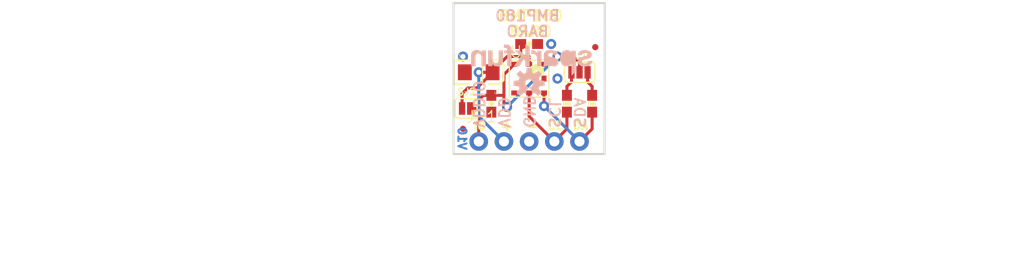
<source format=kicad_pcb>
(kicad_pcb (version 20211014) (generator pcbnew)
  (layers (0 "F.Cu" signal) (31 "B.Cu" signal) (34 "B.Paste" user) (35 "F.Paste" user) (36 "B.SilkS" user "B.Silkscreen") (37 "F.SilkS" user "F.Silkscreen") (38 "B.Mask" user) (39 "F.Mask" user) (44 "Edge.Cuts" user))
  (net 0 "")
  (net 1 "N$1")
  (net 2 "N$2")
  (net 3 "SDA")
  (net 4 "SCL")
  (net 5 "VDD")
  (net 6 "GND")
  (net 7 "VDDIO")
  (footprint "boardEagle:SJ_3_PASTE1&2&3" (layer "F.Cu") (at 153.5811 104.3686)
    (fp_text reference "SJ1" (at -1.27 -1.27) (layer "F.SilkS") (effects (font (size 0.373888 0.373888) (thickness 0.032512)) (justify left bottom)))
    (fp_text value "")
    (fp_line (start -1.524 0.762) (end -1.524 -0.762) (layer "F.SilkS") (width 0.1524))
    (fp_line (start 1.27 1.016) (end -1.27 1.016) (layer "F.SilkS") (width 0.1524))
    (fp_line (start 1.524 0.762) (end 1.524 -0.762) (layer "F.SilkS") (width 0.1524))
    (fp_line (start -1.27 -1.016) (end 1.27 -1.016) (layer "F.SilkS") (width 0.1524))
    (fp_arc (start -1.524 -0.762) (mid -1.449605 -0.941605) (end -1.27 -1.016) (layer "F.SilkS") (width 0.1524))
    (fp_arc (start 1.27 -1.016) (mid 1.449605 -0.941605) (end 1.524 -0.762) (layer "F.SilkS") (width 0.1524))
    (fp_arc (start 1.524 0.762) (mid 1.449605 0.941605) (end 1.27 1.016) (layer "F.SilkS") (width 0.1524))
    (fp_arc (start -1.27 1.016) (mid -1.449605 0.941605) (end -1.524 0.762) (layer "F.SilkS") (width 0.1524))
    (pad "1" smd rect (at -0.8128 0) (size 0.635 1.27) (layers "F.Cu" "F.Mask") (net 2 "N$2"))
    (pad "2" smd rect (at 0 0) (size 0.635 1.27) (layers "F.Cu" "F.Mask") (net 7 "VDDIO"))
    (pad "3" smd rect (at 0.8128 0) (size 0.635 1.27) (layers "F.Cu" "F.Mask") (net 1 "N$1"))
  )
  (footprint "boardEagle:STAND-OFF" (layer "F.Cu") (at 153.5811 99.9236)
    (fp_text reference "STANDOFF1" hide)
    (fp_text value "STAND-OFF" hide)
    (pad "" np_thru_hole circle (at 0 0) (size 3.302 3.302) (drill 3.302) (layers *.Cu *.Mask))
  )
  (footprint "boardEagle:0603-CAP" (layer "F.Cu") (at 148.5011 101.5111)
    (fp_text reference "C1" (at -0.889 -0.762) (layer "F.SilkS") (effects (font (size 0.373888 0.373888) (thickness 0.032512)) (justify left bottom)))
    (fp_text value "0.1uF")
    (fp_line (start 0 -0.0305) (end 0 0.0305) (layer "F.SilkS") (width 0.5588))
    (pad "1" smd rect (at -0.85 0) (size 1.1 1) (layers "F.Cu" "F.Paste" "F.Mask") (net 5 "VDD"))
    (pad "2" smd rect (at 0.85 0) (size 1.1 1) (layers "F.Cu" "F.Paste" "F.Mask") (net 6 "GND"))
  )
  (footprint "boardEagle:0603-RES" (layer "F.Cu") (at 154.8511 107.5436 90)
    (fp_text reference "R1" (at -0.889 -0.762 90) (layer "F.SilkS") (effects (font (size 0.373888 0.373888) (thickness 0.032512)) (justify left bottom)))
    (fp_text value "4.7K")
    (fp_poly (pts (xy -0.2286 0.381) (xy 0.2286 0.381) (xy 0.2286 -0.381) (xy -0.2286 -0.381)) (layer "F.SilkS") (width 0) (fill solid))
    (pad "1" smd rect (at -0.85 0 90) (size 1.1 1) (layers "F.Cu" "F.Paste" "F.Mask") (net 3 "SDA"))
    (pad "2" smd rect (at 0.85 0 90) (size 1.1 1) (layers "F.Cu" "F.Paste" "F.Mask") (net 1 "N$1"))
  )
  (footprint "boardEagle:MICRO-FIDUCIAL" (layer "F.Cu") (at 155.1686 101.8286)
    (fp_text reference "FID1" hide)
    (fp_text value "FIDUCIALUFIDUCIAL" hide)
    (pad "1" smd roundrect (at 0 0) (size 0.635 0.635) (layers "F.Cu" "F.Mask") (roundrect_rratio 0.5))
  )
  (footprint "boardEagle:CREATIVE_COMMONS" (layer "F.Cu") (at 115.4811 122.7836)
    (fp_text reference "FRAME1" hide)
    (fp_text value "FRAME-LETTER" hide)
  )
  (footprint "boardEagle:SJ_2S" (layer "F.Cu") (at 142.1511 108.01985)
    (fp_text reference "SJ2" (at -0.9498 -1.27) (layer "F.SilkS") (effects (font (size 0.373888 0.373888) (thickness 0.032512)) (justify left bottom)))
    (fp_text value "")
    (fp_line (start -1.1 0.75) (end -1.1 -0.75) (layer "F.SilkS") (width 0.1524))
    (fp_line (start 1.1 0.75) (end 1.1 -0.75) (layer "F.SilkS") (width 0.1524))
    (fp_line (start -0.8 -1) (end 0.8 -1) (layer "F.SilkS") (width 0.1524))
    (fp_line (start 0.8 1) (end -0.8 1) (layer "F.SilkS") (width 0.1524))
    (fp_arc (start 0.8 -1) (mid 1.001777 -0.937132) (end 1.1 -0.75) (layer "F.SilkS") (width 0.1524))
    (fp_arc (start -0.799998 1) (mid -1.001849 0.93722) (end -1.1 0.75) (layer "F.SilkS") (width 0.1524))
    (fp_arc (start -1.1 -0.75) (mid -1.001777 -0.937132) (end -0.8 -1) (layer "F.SilkS") (width 0.1524))
    (fp_arc (start 1.1 0.75) (mid 1.001777 0.937132) (end 0.8 1) (layer "F.SilkS") (width 0.1524))
    (pad "1" smd rect (at -0.4119 0) (size 0.635 1.27) (layers "F.Cu" "F.Paste" "F.Mask") (net 5 "VDD"))
    (pad "2" smd rect (at 0.4119 0) (size 0.635 1.27) (layers "F.Cu" "F.Paste" "F.Mask") (net 7 "VDDIO"))
  )
  (footprint "boardEagle:0603-CAP" (layer "F.Cu") (at 144.6911 107.5436 -90)
    (fp_text reference "C2" (at -0.889 -0.762 -90) (layer "F.SilkS") (effects (font (size 0.373888 0.373888) (thickness 0.032512)) (justify left bottom)))
    (fp_text value "0.1uF")
    (fp_line (start 0 -0.0305) (end 0 0.0305) (layer "F.SilkS") (width 0.5588))
    (pad "1" smd rect (at -0.85 0 270) (size 1.1 1) (layers "F.Cu" "F.Paste" "F.Mask") (net 7 "VDDIO"))
    (pad "2" smd rect (at 0.85 0 270) (size 1.1 1) (layers "F.Cu" "F.Paste" "F.Mask") (net 6 "GND"))
  )
  (footprint "boardEagle:1X05_ROUNDONLY_NOSILK" (layer "F.Cu") (at 143.4211 111.3536)
    (fp_text reference "JP1" (at -1.3462 -1.8288) (layer "F.SilkS") (effects (font (size 1.143 1.143) (thickness 0.127)) (justify left bottom)))
    (fp_text value "")
    (pad "1" thru_hole circle (at 0 0 90) (size 1.8796 1.8796) (drill 1.016) (layers *.Cu *.Mask) (net 7 "VDDIO"))
    (pad "2" thru_hole circle (at 2.54 0 90) (size 1.8796 1.8796) (drill 1.016) (layers *.Cu *.Mask) (net 5 "VDD"))
    (pad "3" thru_hole circle (at 5.08 0 90) (size 1.8796 1.8796) (drill 1.016) (layers *.Cu *.Mask) (net 6 "GND"))
    (pad "4" thru_hole circle (at 7.62 0 90) (size 1.8796 1.8796) (drill 1.016) (layers *.Cu *.Mask) (net 4 "SCL"))
    (pad "5" thru_hole circle (at 10.16 0 90) (size 1.8796 1.8796) (drill 1.016) (layers *.Cu *.Mask) (net 3 "SDA"))
  )
  (footprint "boardEagle:EIA3216" (layer "F.Cu") (at 143.4211 104.3686)
    (fp_text reference "C3" (at -2.54 -1.381) (layer "F.SilkS") (effects (font (size 0.373888 0.373888) (thickness 0.032512)) (justify left bottom)))
    (fp_text value "10uF")
    (fp_line (start -2.5 -1.2) (end -1 -1.2) (layer "F.SilkS") (width 0.2032))
    (fp_line (start 0.381 -1.016) (end 0.381 1.016) (layer "F.SilkS") (width 0.127))
    (fp_line (start 2.1 -1.2) (end 1 -1.2) (layer "F.SilkS") (width 0.2032))
    (fp_line (start 2.5 0.8) (end 2.5 -0.8) (layer "F.SilkS") (width 0.2032))
    (fp_line (start 2.5 -0.8) (end 2.1 -1.2) (layer "F.SilkS") (width 0.2032))
    (fp_line (start -1 1.2) (end -2.5 1.2) (layer "F.SilkS") (width 0.2032))
    (fp_line (start 1 1.2) (end 2.1 1.2) (layer "F.SilkS") (width 0.2032))
    (fp_line (start 2.1 1.2) (end 2.5 0.8) (layer "F.SilkS") (width 0.2032))
    (fp_line (start -2.5 1.2) (end -2.5 -1.2) (layer "F.SilkS") (width 0.2032))
    (pad "A" smd rect (at 1.4 0 90) (size 1.6 1.4) (layers "F.Cu" "F.Paste" "F.Mask") (net 5 "VDD"))
    (pad "C" smd rect (at -1.4 0 90) (size 1.6 1.4) (layers "F.Cu" "F.Paste" "F.Mask") (net 6 "GND"))
  )
  (footprint "boardEagle:MICRO-FIDUCIAL" (layer "F.Cu") (at 141.8336 110.0836)
    (fp_text reference "FID2" hide)
    (fp_text value "FIDUCIALUFIDUCIAL" hide)
    (pad "1" smd roundrect (at 0 0) (size 0.635 0.635) (layers "F.Cu" "F.Mask") (roundrect_rratio 0.5))
  )
  (footprint "boardEagle:STAND-OFF" (layer "F.Cu") (at 143.4211 99.9236)
    (fp_text reference "STANDOFF2" hide)
    (fp_text value "STAND-OFF" hide)
    (pad "" np_thru_hole circle (at 0 0) (size 3.302 3.302) (drill 3.302) (layers *.Cu *.Mask))
  )
  (footprint "boardEagle:0603-RES" (layer "F.Cu") (at 152.3111 107.5436 90)
    (fp_text reference "R2" (at -0.889 -0.762 90) (layer "F.SilkS") (effects (font (size 0.373888 0.373888) (thickness 0.032512)) (justify left bottom)))
    (fp_text value "4.7K")
    (fp_poly (pts (xy -0.2286 0.381) (xy 0.2286 0.381) (xy 0.2286 -0.381) (xy -0.2286 -0.381)) (layer "F.SilkS") (width 0) (fill solid))
    (pad "1" smd rect (at -0.85 0 90) (size 1.1 1) (layers "F.Cu" "F.Paste" "F.Mask") (net 4 "SCL"))
    (pad "2" smd rect (at 0.85 0 90) (size 1.1 1) (layers "F.Cu" "F.Paste" "F.Mask") (net 2 "N$2"))
  )
  (footprint "boardEagle:BMP180" (layer "F.Cu") (at 148.5011 105.0036)
    (fp_text reference "U1" (at -2 -2) (layer "F.SilkS") (effects (font (size 1.1684 1.1684) (thickness 0.1016)) (justify left bottom)))
    (fp_text value "BMP180")
    (fp_line (start -2 1.875) (end 2 1.875) (layer "F.SilkS") (width 0.127))
    (fp_line (start -2 -1.875) (end -2 1.875) (layer "F.SilkS") (width 0.127))
    (fp_line (start 2 1.875) (end 2 -1.875) (layer "F.SilkS") (width 0.127))
    (fp_line (start 2 -1.875) (end -2 -1.875) (layer "F.SilkS") (width 0.127))
    (fp_circle (center 0.75 -0.75) (end 0.875 -0.75) (layer "F.SilkS") (width 0.6096) (fill none))
    (fp_circle (center 0.75 -0.75) (end 0.875 -0.75) (layer "F.SilkS") (width 0.6096) (fill none))
    (pad "1" smd rect (at 1.5 -1.45 90) (size 0.5 0.6) (layers "F.Cu" "F.Paste" "F.Mask"))
    (pad "2" smd rect (at 0 -1.45 90) (size 0.5 0.6) (layers "F.Cu" "F.Paste" "F.Mask") (net 5 "VDD"))
    (pad "3" smd rect (at -1.5 -1.45 90) (size 0.5 0.6) (layers "F.Cu" "F.Paste" "F.Mask") (net 7 "VDDIO"))
    (pad "4" smd rect (at -1.5 1.45 90) (size 0.5 0.6) (layers "F.Cu" "F.Paste" "F.Mask"))
    (pad "5" smd rect (at 0 1.45 90) (size 0.5 0.6) (layers "F.Cu" "F.Paste" "F.Mask") (net 4 "SCL"))
    (pad "6" smd rect (at 1.5 1.45 90) (size 0.5 0.6) (layers "F.Cu" "F.Paste" "F.Mask") (net 3 "SDA"))
    (pad "7" smd rect (at 1.5 0 180) (size 0.5 0.6) (layers "F.Cu" "F.Paste" "F.Mask") (net 6 "GND"))
  )
  (footprint "boardEagle:OSHW-LOGO-S" (layer "B.Cu") (at 148.5011 105.47985 180)
    (fp_text reference "LOGO2" hide)
    (fp_text value "OSHW-LOGOS" hide)
    (fp_poly (pts (xy 0.301647 1.061351) (xy 0.42347 1.022344) (xy 0.537177 0.963769) (xy 0.92862 1.282946) (xy 1.282946 0.92862) (xy 0.961035 0.533823) (xy 1.057046 0.302084) (xy 1.5638 0.250561) (xy 1.5638 -0.250561) (xy 1.057046 -0.302084) (xy 0.961035 -0.533823) (xy 1.282946 -0.92862) (xy 0.92862 -1.282946) (xy 0.537177 -0.96377) (xy 0.356601 -1.056794) (xy 0.088679 -0.410073) (xy 0.326262 -0.2176) (xy 0.373649 -0.121468) (xy 0.392729 -0.010339) (xy 0.379464 0.101634) (xy 0.334947 0.205229) (xy 0.262842 0.291918) (xy 0.169087 0.354561) (xy 0.061406 0.387999) (xy -0.051342 0.38948) (xy -0.159868 0.358881) (xy -0.255234 0.298724) (xy -0.329589 0.213962) (xy -0.376813 0.111569) (xy -0.392176 0.005767) (xy -0.322923 -0.222565) (xy -0.249312 -0.303773) (xy 0.091677 -0.5081) (xy -0.12929 -0.5081) (xy -0.355332 -1.053732) (xy -0.506597 -0.983577) (xy -0.538922 -0.965192) (xy -0.92862 -1.282946) (xy -1.282946 -0.92862) (xy -0.961035 -0.533823) (xy -1.057046 -0.302084) (xy -1.5638 -0.250561) (xy -1.5638 0.250561) (xy -1.057046 0.302084) (xy -0.961035 0.533823) (xy -1.282946 0.92862) (xy -0.92862 1.282946) (xy -0.533823 0.961035) (xy -0.302084 1.057046) (xy -0.250561 1.5638) (xy 0.250561 1.5638)) (layer "B.SilkS") (width 0) (fill solid))
  )
  (footprint "boardEagle:SFE-NEW-WEB" (layer "B.Cu") (at 154.8511 104.6861 180)
    (fp_text reference "LOGO1" hide)
    (fp_text value "LOGO-SFENW2" hide)
    (fp_line (start 12.1818 0.955) (end 11.7729 0.955) (layer "B.SilkS") (width 0.0254))
    (fp_line (start 11.1201 2.5171) (end 11.1201 2.2962) (layer "B.SilkS") (width 0.0254))
    (fp_line (start 10.7163 2.5171) (end 11.1201 2.5171) (layer "B.SilkS") (width 0.0254))
    (fp_line (start 11.1379 1.8136) (end 11.1379 0.9449) (layer "B.SilkS") (width 0.0254))
    (fp_line (start 11.1379 0.9449) (end 10.7163 0.9449) (layer "B.SilkS") (width 0.0254))
    (fp_line (start 12.1818 2.0091) (end 12.1818 0.955) (layer "B.SilkS") (width 0.0254))
    (fp_line (start 11.7729 0.955) (end 11.7729 1.9202) (layer "B.SilkS") (width 0.0254))
    (fp_line (start 10.7163 0.9449) (end 10.7163 2.5171) (layer "B.SilkS") (width 0.0254))
    (fp_line (start 11.1201 2.2962) (end 11.1277 2.2962) (layer "B.SilkS") (width 0.0254))
    (fp_arc (start 11.5976 2.2276) (mid 11.565101 2.235925) (end 11.5316 2.2377) (layer "B.SilkS") (width 0.0254))
    (fp_arc (start 11.5672 2.5552) (mid 11.411238 2.523841) (end 11.2725 2.446) (layer "B.SilkS") (width 0.0254))
    (fp_arc (start 11.7145 2.1311) (mid 11.664346 2.1894) (end 11.5976 2.2276) (layer "B.SilkS") (width 0.0254))
    (fp_arc (start 11.1684 2.0396) (mid 11.146105 1.962214) (end 11.1379 1.8821) (layer "B.SilkS") (width 0.0254))
    (fp_arc (start 12.0345 2.425699) (mid 11.911985 2.51116) (end 11.7678 2.5502) (layer "B.SilkS") (width 0.0254))
    (fp_arc (start 11.7729 1.9202) (mid 11.758038 2.02962) (end 11.7145 2.1311) (layer "B.SilkS") (width 0.0254))
    (fp_arc (start 11.4198 2.2327) (mid 11.334441 2.214452) (end 11.259799 2.1692) (layer "B.SilkS") (width 0.0254))
    (fp_arc (start 11.2725 2.446) (mid 11.226399 2.404414) (end 11.1862 2.3571) (layer "B.SilkS") (width 0.0254))
    (fp_arc (start 11.1862 2.3571) (mid 11.172158 2.338081) (end 11.1582 2.319) (layer "B.SilkS") (width 0.0254))
    (fp_arc (start 12.1818 2.0091) (mid 12.172765 2.122002) (end 12.1488 2.2327) (layer "B.SilkS") (width 0.0254))
    (fp_arc (start 12.1488 2.232699) (mid 12.104013 2.336521) (end 12.0345 2.4257) (layer "B.SilkS") (width 0.0254))
    (fp_arc (start 11.1277 2.2962) (mid 11.137379 2.298176) (end 11.1455 2.3038) (layer "B.SilkS") (width 0.0254))
    (fp_arc (start 11.1455 2.3038) (mid 11.152103 2.311188) (end 11.1582 2.319) (layer "B.SilkS") (width 0.0254))
    (fp_arc (start 11.4198 2.2327) (mid 11.475702 2.235165) (end 11.5316 2.2377) (layer "B.SilkS") (width 0.0254))
    (fp_arc (start 11.1379 1.8821) (mid 11.137681 1.84785) (end 11.1379 1.8136) (layer "B.SilkS") (width 0.0254))
    (fp_arc (start 11.2598 2.1692) (mid 11.206137 2.110016) (end 11.1684 2.0396) (layer "B.SilkS") (width 0.0254))
    (fp_arc (start 11.7678 2.5502) (mid 11.667584 2.556058) (end 11.5672 2.5552) (layer "B.SilkS") (width 0.0254))
    (fp_poly (pts (xy 2.834651 2.506079) (xy 2.92707 2.450683) (xy 3.011605 2.383731) (xy 3.1267 2.221709) (xy 3.1267 2.263503) (xy 3.219434 1.972794) (xy 3.236098 1.526727) (xy 3.068933 1.135798) (xy 2.975978 1.041462) (xy 2.864973 0.970996) (xy 2.740356 0.92713) (xy 2.372489 0.922) (xy 2.370226 0.922) (xy 2.254471 0.962806) (xy 2.0828 1.127587) (xy 2.0828 -0.010757) (xy 1.6434 0.385552) (xy 1.6434 2.45912) (xy 2.057593 2.537568) (xy 2.055012 2.330538) (xy 2.068304 2.345345) (xy 2.15812 2.442839) (xy 2.234107 2.497896) (xy 2.368681 2.552194) (xy 2.419192 2.562883) (xy 2.620347 2.565422)) (layer "B.SilkS") (width 0) (fill solid))
    (fp_poly (pts (xy 1.201557 2.290098) (xy 1.414074 2.156268) (xy 1.42383 2.065) (xy 1.01008 2.065) (xy 1.00135 2.126336) (xy 0.936084 2.220524) (xy 0.871818 2.257603) (xy 0.798545 2.2758) (xy 0.628591 2.2758) (xy 0.583991 2.267366) (xy 0.541641 2.251683) (xy 0.51157 2.232098) (xy 0.488615 2.205726) (xy 0.469153 2.152745) (xy 0.474605 2.097619) (xy 0.521549 2.031824) (xy 0.664468 1.962838) (xy 0.866638 1.922444) (xy 1.206678 1.822687) (xy 1.354318 1.729494) (xy 1.389578 1.692366) (xy 1.416579 1.648151) (xy 1.460229 1.440208) (xy 1.447804 1.4376) (xy 1.460484 1.436955) (xy 1.457817 1.384541) (xy 1.452657 1.33034) (xy 1.371775 1.140043) (xy 1.14885 0.969822) (xy 1.013381 0.927267) (xy 0.74708 0.904177) (xy 0.617383 0.909691) (xy 0.487493 0.922202) (xy 0.306845 0.984179) (xy 0.185213 1.061804) (xy 0.109225 1.132023) (xy 0.056988 1.2215) (xy 0.013059 1.350644) (xy 0.002577 1.410659) (xy -0.00152 1.469003) (xy 0.738195 1.10308) (xy 1.120535 1.189415) (xy 1.224069 1.497645) (xy 0.809011 1.723764) (xy 0.364394 1.98847) (xy 0.308075 2.310537) (xy 0.741882 2.423672)) (layer "B.SilkS") (width 0) (fill solid))
    (fp_poly (pts (xy 8.809435 3.119895) (xy 8.875117 3.1166) (xy 8.89 3.1166) (xy 8.89 2.7889) (xy 8.869112 2.7889) (xy 8.841108 2.7915) (xy 8.660351 2.7915) (xy 8.587936 2.740064) (xy 8.571192 2.699602) (xy 8.5649 2.653436) (xy 8.5649 2.5273) (xy 8.8621 2.5273) (xy 8.8621 2.2352) (xy 8.5623 2.2352) (xy 8.5623 0.9322) (xy 8.1204 0.9322) (xy 8.1204 2.232779) (xy 7.70383 2.235391) (xy 7.995739 2.5273) (xy 8.1255 2.5273) (xy 8.1255 2.560826) (xy 8.143432 2.77702) (xy 8.219199 2.938937) (xy 8.324367 3.032939) (xy 8.449534 3.095959) (xy 8.586403 3.1242) (xy 8.743112 3.1242)) (layer "B.SilkS") (width 0) (fill solid))
    (fp_poly (pts (xy 6.7335 1.97376) (xy 7.284539 2.5248) (xy 7.78835 2.5248) (xy 7.197009 1.946483) (xy 7.869909 0.937183) (xy 7.330929 0.939835) (xy 6.903958 1.643716) (xy 6.7386 1.483032) (xy 6.7386 0.9296) (xy 6.306639 0.9296) (xy 6.2941 0.942139) (xy 6.2941 2.887776) (xy 6.7335 3.138467)) (layer "B.SilkS") (width 0) (fill solid))
    (fp_poly (pts (xy 9.4234 1.520809) (xy 9.472888 1.359974) (xy 9.516069 1.308185) (xy 9.573108 1.271734) (xy 9.714103 1.241374) (xy 9.853529 1.268908) (xy 10.003067 1.442966) (xy 10.033 1.684784) (xy 10.033 2.5273) (xy 10.48 2.5273) (xy 10.48 0.9398) (xy 10.0533 0.9398) (xy 10.0533 1.159713) (xy 9.961626 1.051965) (xy 9.823848 0.946774) (xy 9.797269 0.933513) (xy 9.76873 0.924761) (xy 9.46843 0.899096) (xy 9.311419 0.929258) (xy 9.173895 1.0008) (xy 9.172522 1.0008) (xy 9.155194 1.014756) (xy 9.141833 1.028106) (xy 9.055991 1.150842) (xy 9.0022 1.291099) (xy 8.984 1.439423) (xy 8.984 2.5324) (xy 9.4234 2.5324)) (layer "B.SilkS") (width 0) (fill solid))
    (fp_poly (pts (xy 4.444983 2.544915) (xy 4.588724 2.501712) (xy 4.72259 2.430523) (xy 4.844814 2.271666) (xy 4.859671 2.1819) (xy 4.8616 2.1819) (xy 4.8616 1.6891) (xy 4.864173 1.6891) (xy 4.861603 1.242544) (xy 4.871819 1.108765) (xy 4.906709 0.979276) (xy 4.920484 0.9423) (xy 4.495275 0.9423) (xy 4.477494 0.951279) (xy 4.472002 0.970735) (xy 4.468249 0.985133) (xy 4.446292 1.084946) (xy 4.440321 1.089528) (xy 4.438946 1.088886) (xy 4.309064 0.98859) (xy 4.153188 0.927249) (xy 3.824183 0.906712) (xy 3.683825 0.938256) (xy 3.554173 1.000134) (xy 3.486826 1.05665) (xy 3.437273 1.130532) (xy 3.3807 1.444163) (xy 3.3807 1.446675) (xy 3.401941 1.543624) (xy 3.446308 1.632822) (xy 3.527788 1.722902) (xy 3.632416 1.784766) (xy 3.937258 1.861632) (xy 4.048648 1.873601) (xy 4.159032 1.884616) (xy 4.224808 1.893434) (xy 4.289167 1.907055) (xy 4.336271 1.923637) (xy 4.379043 1.948303) (xy 4.407461 1.974391) (xy 4.413402 1.982997) (xy 4.4171 1.991455) (xy 4.4171 2.14983) (xy 4.358226 2.232254) (xy 4.254396 2.270917) (xy 4.188033 2.274326) (xy 4.120968 2.275774) (xy 4.006679 2.25395) (xy 3.883049 2.131716) (xy 3.8659 2.045941) (xy 3.8659 2.0295) (xy 3.429 2.0295) (xy 3.429 2.040006) (xy 3.418965 2.041638) (xy 3.439259 2.166448) (xy 3.491292 2.283494) (xy 3.571378 2.383462) (xy 3.674008 2.459597) (xy 3.791998 2.513469) (xy 3.916944 2.547448) (xy 4.18103 2.571338)) (layer "B.SilkS") (width 0) (fill solid))
    (fp_poly (pts (xy 11.770768 2.56283) (xy 12.043428 2.435548) (xy 12.160999 2.237024) (xy 12.1945 2.010032) (xy 12.1945 0.9423) (xy 11.7602 0.9423) (xy 11.7602 1.918474) (xy 11.70302 2.124971) (xy 11.656141 2.179464) (xy 11.593345 2.215403) (xy 11.53092 2.224956) (xy 11.476269 2.222478) (xy 11.422495 2.220106) (xy 11.268 2.158791) (xy 11.18035 2.034508) (xy 11.1506 1.880883) (xy 11.1506 0.9322) (xy 10.7036 0.9322) (xy 10.7036 2.5298) (xy 11.1328 2.5298) (xy 11.1328 2.310454) (xy 11.136857 2.313263) (xy 11.148195 2.326834) (xy 11.161924 2.345602) (xy 11.176241 2.364992) (xy 11.217267 2.413279) (xy 11.265048 2.456381) (xy 11.406772 2.535896) (xy 11.566093 2.567932)) (layer "B.SilkS") (width 0) (fill solid))
    (fp_poly (pts (xy 0.803285 2.567895) (xy 0.944243 2.553799) (xy 1.081508 2.516334) (xy 1.193542 2.461399) (xy 1.291841 2.383865) (xy 1.357039 2.297824) (xy 1.377068 2.257603) (xy 1.393653 2.216867) (xy 1.417283 2.151914) (xy 1.353784 2.105111) (xy 1.152335 2.254241) (xy 0.736496 2.387002) (xy 0.372563 2.277101) (xy 0.417885 2.019712) (xy 1.241556 1.540676) (xy 1.263422 1.497067) (xy 1.147655 1.152457) (xy 0.724605 1.058492) (xy -0.038666 1.4605) (xy 0.4115 1.4605) (xy 0.4115 1.443466) (xy 0.420402 1.369907) (xy 0.454647 1.305856) (xy 0.524204 1.243359) (xy 0.610838 1.206018) (xy 0.637726 1.200933) (xy 0.665996 1.198897) (xy 0.7328 1.198389) (xy 0.79791 1.198884) (xy 0.968129 1.258019) (xy 1.007666 1.302193) (xy 1.028603 1.358428) (xy 1.025789 1.425439) (xy 0.995864 1.485288) (xy 0.943734 1.527918) (xy 0.715431 1.605731) (xy 0.533161 1.644154) (xy 0.351479 1.692254) (xy 0.230117 1.743632) (xy 0.122357 1.822697) (xy 0.0457 1.960096) (xy 0.0457 1.963141) (xy 0.038572 2.135467) (xy 0.0838 2.300409) (xy 0.0838 2.303445) (xy 0.206233 2.444416) (xy 0.620397 2.567885) (xy 0.71245 2.568634)) (layer "B.SilkS") (width 0) (fill solid))
    (fp_poly (pts (xy 6.1316 2.557116) (xy 6.1316 2.1463) (xy 6.115783 2.1463) (xy 6.10653 2.147054) (xy 6.097893 2.149211) (xy 6.068387 2.157247) (xy 6.038922 2.161538) (xy 5.96265 2.16474) (xy 5.887609 2.16159) (xy 5.731931 2.107297) (xy 5.637642 2.018651) (xy 5.577302 1.903423) (xy 5.5499 1.736362) (xy 5.5499 0.9423) (xy 5.107878 0.9423) (xy 5.110519 2.454146) (xy 5.522 2.527255) (xy 5.522 2.234211) (xy 5.526569 2.235704) (xy 5.544428 2.262537) (xy 5.578841 2.314524) (xy 5.613758 2.367854) (xy 5.686736 2.438162) (xy 5.778008 2.498223) (xy 5.979984 2.565515)) (layer "B.SilkS") (width 0) (fill solid))
  )
  (gr_line (start 156.1011 112.6236) (end 156.1211 97.3836) (layer "Edge.Cuts") (width 0.2032))
  (gr_line (start 156.1211 97.3836) (end 140.8811 97.3836) (layer "Edge.Cuts") (width 0.2032))
  (gr_line (start 140.8811 112.6236) (end 156.1011 112.6236) (layer "Edge.Cuts") (width 0.2032))
  (gr_line (start 140.8811 97.3836) (end 140.8811 112.6236) (layer "Edge.Cuts") (width 0.2032))
  (gr_text "V10" (at 141.2621 112.3061 -90) (layer "B.Cu") (effects (font (size 0.8128 0.8128) (thickness 0.2032)) (justify left bottom mirror)))
  (gr_text "VDD" (at 145.3261 110.0836 -90) (layer "B.SilkS") (effects (font (size 1.0795 1.0795) (thickness 0.1905)) (justify left bottom mirror)))
  (gr_text "BARO" (at 148.34235 100.8761) (layer "B.SilkS") (effects (font (size 1.0795 1.0795) (thickness 0.1905)) (justify bottom mirror)))
  (gr_text "GND" (at 147.8661 110.0836 -90) (layer "B.SilkS") (effects (font (size 1.0795 1.0795) (thickness 0.1905)) (justify left bottom mirror)))
  (gr_text "BMP180" (at 148.34235 99.2886) (layer "B.SilkS") (effects (font (size 1.0795 1.0795) (thickness 0.1905)) (justify bottom mirror)))
  (gr_text "SCL" (at 150.4061 110.0836 -90) (layer "B.SilkS") (effects (font (size 1.0795 1.0795) (thickness 0.1905)) (justify left bottom mirror)))
  (gr_text "VDDIO" (at 142.7861 110.0836 -90) (layer "B.SilkS") (effects (font (size 1.0795 1.0795) (thickness 0.1905)) (justify left bottom mirror)))
  (gr_text "SDA" (at 152.9461 110.0836 -90) (layer "B.SilkS") (effects (font (size 1.0795 1.0795) (thickness 0.1905)) (justify left bottom mirror)))
  (gr_text "DA" (at 152.78735 110.24235) (layer "F.SilkS") (effects (font (size 0.8128 0.8128) (thickness 0.2032)) (justify left bottom)))
  (gr_text "IO" (at 142.7861 110.24235) (layer "F.SilkS") (effects (font (size 0.8128 0.8128) (thickness 0.2032)) (justify left bottom)))
  (gr_text "SJ2" (at 141.1986 106.74985) (layer "F.SilkS") (effects (font (size 0.69088 0.69088) (thickness 0.12192)) (justify left bottom)))
  (gr_text "CL" (at 150.24735 110.24235) (layer "F.SilkS") (effects (font (size 0.8128 0.8128) (thickness 0.2032)) (justify left bottom)))
  (gr_text "BARO" (at 148.65985 100.8761) (layer "F.SilkS") (effects (font (size 1.0795 1.0795) (thickness 0.1905)) (justify bottom)))
  (gr_text "-" (at 148.02485 110.4011) (layer "F.SilkS") (effects (font (size 1.016 1.016) (thickness 0.254)) (justify left bottom)))
  (gr_text "SJ1" (at 152.46985 103.0986) (layer "F.SilkS") (effects (font (size 0.69088 0.69088) (thickness 0.12192)) (justify left bottom)))
  (gr_text "+" (at 145.48485 110.4011) (layer "F.SilkS") (effects (font (size 1.016 1.016) (thickness 0.254)) (justify left bottom)))
  (gr_text "BMP180" (at 148.65985 99.2886) (layer "F.SilkS") (effects (font (size 1.0795 1.0795) (thickness 0.1905)) (justify bottom)))
  (segment (start 154.8511 106.6936) (end 154.8511 105.79735) (width 0.3048) (layer "F.Cu") (net 1))
  (segment (start 154.3939 104.3686) (end 154.3939 105.34015) (width 0.3048) (layer "F.Cu") (net 1))
  (segment (start 154.8511 105.79735) (end 154.3939 105.34015) (width 0.3048) (layer "F.Cu") (net 1))
  (segment (start 152.3111 105.79735) (end 152.7683 105.34015) (width 0.3048) (layer "F.Cu") (net 2))
  (segment (start 152.7683 104.3686) (end 152.7683 105.34015) (width 0.3048) (layer "F.Cu") (net 2))
  (segment (start 152.3111 106.6936) (end 152.3111 105.79735) (width 0.3048) (layer "F.Cu") (net 2))
  (segment (start 154.8511 108.3936) (end 154.8511 110.0836) (width 0.3048) (layer "F.Cu") (net 3))
  (segment (start 154.8511 110.0836) (end 153.5811 111.3536) (width 0.3048) (layer "F.Cu") (net 3))
  (segment (start 150.0011 106.4536) (end 150.0011 107.7736) (width 0.3048) (layer "F.Cu") (net 3))
  (via (at 150.0011 107.7736) (size 1.016) (drill 0.508) (layers "F.Cu" "B.Cu") (net 3))
  (segment (start 150.0011 107.7736) (end 153.5811 111.3536) (width 0.3048) (layer "B.Cu") (net 3))
  (segment (start 152.3111 108.3936) (end 152.3111 110.0836) (width 0.3048) (layer "F.Cu") (net 4))
  (segment (start 152.3111 110.0836) (end 151.0411 111.3536) (width 0.3048) (layer "F.Cu") (net 4))
  (segment (start 148.5011 108.8136) (end 151.0411 111.3536) (width 0.3048) (layer "F.Cu") (net 4))
  (segment (start 148.5011 106.4536) (end 148.5011 108.8136) (width 0.3048) (layer "F.Cu") (net 4))
  (segment (start 147.6511 101.5111) (end 147.6511 102.7811) (width 0.3048) (layer "F.Cu") (net 5))
  (segment (start 148.5011 103.5536) (end 148.5011 102.7811) (width 0.3048) (layer "F.Cu") (net 5))
  (segment (start 141.7392 106.52675) (end 142.30985 105.9561) (width 0.3048) (layer "F.Cu") (net 5))
  (segment (start 142.30985 105.9561) (end 143.2336 105.9561) (width 0.3048) (layer "F.Cu") (net 5))
  (segment (start 143.2336 105.9561) (end 144.8211 104.3686) (width 0.3048) (layer "F.Cu") (net 5))
  (segment (start 143.4211 104.3686) (end 144.8211 104.3686) (width 0.3048) (layer "F.Cu") (net 5))
  (segment (start 147.6511 102.7811) (end 148.5011 102.7811) (width 0.3048) (layer "F.Cu") (net 5))
  (segment (start 144.8211 104.3686) (end 144.8211 104.2386) (width 0.3048) (layer "F.Cu") (net 5))
  (segment (start 146.2786 102.7811) (end 147.6511 102.7811) (width 0.3048) (layer "F.Cu") (net 5))
  (segment (start 141.7392 108.01985) (end 141.7392 106.52675) (width 0.3048) (layer "F.Cu") (net 5))
  (segment (start 144.8211 104.2386) (end 146.2786 102.7811) (width 0.3048) (layer "F.Cu") (net 5))
  (via (at 143.4211 104.3686) (size 1.016) (drill 0.508) (layers "F.Cu" "B.Cu") (net 5))
  (segment (start 143.4211 108.8136) (end 143.4211 104.3686) (width 0.3048) (layer "B.Cu") (net 5))
  (segment (start 143.4211 108.8136) (end 145.9611 111.3536) (width 0.3048) (layer "B.Cu") (net 5))
  (via (at 141.8336 102.7811) (size 1.016) (drill 0.508) (layers "F.Cu" "B.Cu") (net 6))
  (via (at 151.3586 105.0036) (size 1.016) (drill 0.508) (layers "F.Cu" "B.Cu") (net 6))
  (via (at 150.7236 101.5111) (size 1.016) (drill 0.508) (layers "F.Cu" "B.Cu") (net 6))
  (segment (start 151.3586 102.7811) (end 152.9461 102.7811) (width 0.3048) (layer "F.Cu") (net 7))
  (segment (start 144.6911 106.6936) (end 143.8901 106.6936) (width 0.3048) (layer "F.Cu") (net 7))
  (segment (start 147.0011 103.5536) (end 145.9611 104.5936) (width 0.3048) (layer "F.Cu") (net 7))
  (segment (start 143.8901 106.6936) (end 143.4211 107.1626) (width 0.3048) (layer "F.Cu") (net 7))
  (segment (start 153.5811 103.4161) (end 153.5811 104.3686) (width 0.3048) (layer "F.Cu") (net 7))
  (segment (start 143.4211 108.01985) (end 143.4211 107.1626) (width 0.3048) (layer "F.Cu") (net 7))
  (segment (start 145.9611 104.5936) (end 145.9611 106.2736) (width 0.3048) (layer "F.Cu") (net 7))
  (segment (start 145.9611 106.6936) (end 145.9611 106.2736) (width 0.3048) (layer "F.Cu") (net 7))
  (segment (start 143.4211 111.3536) (end 143.4211 108.01985) (width 0.3048) (layer "F.Cu") (net 7))
  (segment (start 145.9611 106.6936) (end 145.9611 107.5436) (width 0.3048) (layer "F.Cu") (net 7))
  (segment (start 152.9461 102.7811) (end 153.5811 103.4161) (width 0.3048) (layer "F.Cu") (net 7))
  (segment (start 144.6911 106.6936) (end 145.9611 106.6936) (width 0.3048) (layer "F.Cu") (net 7))
  (segment (start 143.4211 108.01985) (end 142.563 108.01985) (width 0.3048) (layer "F.Cu") (net 7))
  (segment (start 145.9611 107.5436) (end 146.2786 107.8611) (width 0.3048) (layer "F.Cu") (net 7))
  (via (at 146.2786 107.8611) (size 1.016) (drill 0.508) (layers "F.Cu" "B.Cu") (net 7))
  (via (at 151.3586 102.7811) (size 1.016) (drill 0.508) (layers "F.Cu" "B.Cu") (net 7))
  (segment (start 146.2786 107.8611) (end 151.3586 102.7811) (width 0.3048) (layer "B.Cu") (net 7))
)
</source>
